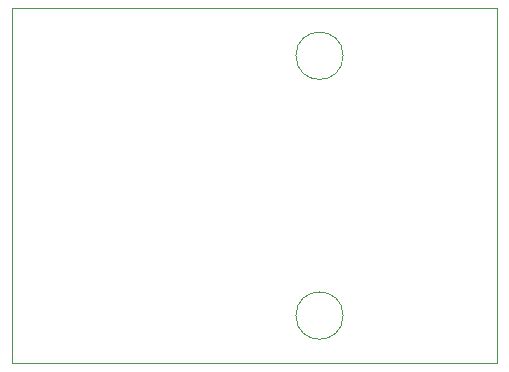
<source format=gbr>
%TF.GenerationSoftware,KiCad,Pcbnew,5.1.12-84ad8e8a86~92~ubuntu20.04.1*%
%TF.CreationDate,2023-02-19T01:27:16+01:00*%
%TF.ProjectId,tp5000_lifepo4_charger,74703530-3030-45f6-9c69-6665706f345f,rev?*%
%TF.SameCoordinates,Original*%
%TF.FileFunction,Profile,NP*%
%FSLAX46Y46*%
G04 Gerber Fmt 4.6, Leading zero omitted, Abs format (unit mm)*
G04 Created by KiCad (PCBNEW 5.1.12-84ad8e8a86~92~ubuntu20.04.1) date 2023-02-19 01:27:16*
%MOMM*%
%LPD*%
G01*
G04 APERTURE LIST*
%TA.AperFunction,Profile*%
%ADD10C,0.050000*%
%TD*%
G04 APERTURE END LIST*
D10*
X111000000Y-133000000D02*
G75*
G03*
X111000000Y-133000000I-2000000J0D01*
G01*
X111000000Y-111000000D02*
G75*
G03*
X111000000Y-111000000I-2000000J0D01*
G01*
X83000000Y-137000000D02*
X83000000Y-107000000D01*
X124000000Y-137000000D02*
X83000000Y-137000000D01*
X124000000Y-107000000D02*
X124000000Y-137000000D01*
X83000000Y-107000000D02*
X124000000Y-107000000D01*
M02*

</source>
